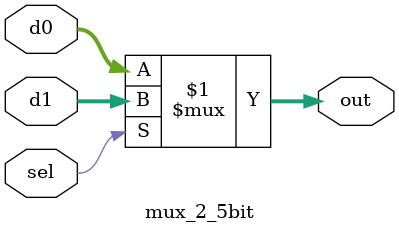
<source format=v>
module mux_2_5bit(
    input [4:0] d0,
    input [4:0] d1,
    input sel,
    output [4:0] out
);
    assign out = sel ? d1 : d0;
endmodule

</source>
